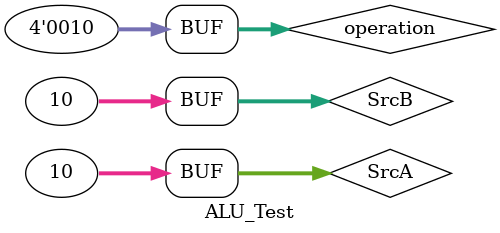
<source format=v>
`timescale 1ns / 1ps


module ALU_Test;

	// Inputs
	reg [31:0] SrcA;
	reg [31:0] SrcB;
	reg [3:0] operation;

	// Outputs
	wire [31:0] ALUResult;
	wire Zero;

	// Instantiate the Unit Under Test (UUT)
	ALU uut (
		.SrcA(SrcA), 
		.SrcB(SrcB), 
		.operation(operation), 
		.ALUResult(ALUResult), 
		.Zero(Zero)
	);

	initial begin
		// Initialize Inputs
		SrcA = 0;
		SrcB = 0;
		operation = 0;

		// Wait 100 ns for global reset to finish
		#100;
      operation = 4'b0010;
		SrcA = 10;
		SrcB = 10;
		
		// Add stimulus here

	end
      
endmodule


</source>
